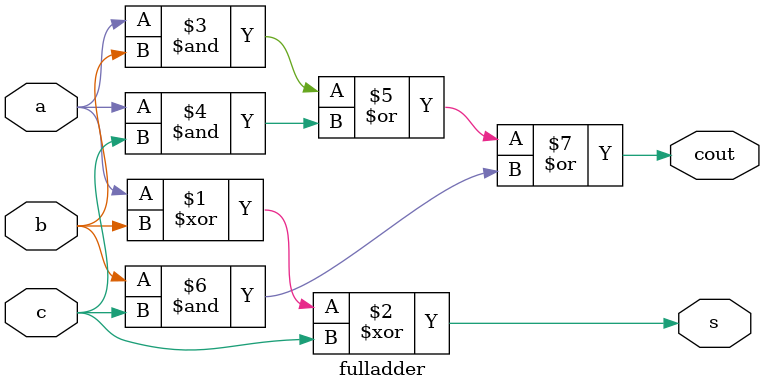
<source format=sv>
module fulladder(
    input  logic a, b, c,
    output logic s, cout
);

    // Sum calculation using XOR
    assign s = a ^ b ^ c;

    // Carry-out calculation using AND & OR gates
    assign cout = (a & b) | (a & c) | (b & c);

endmodule




</source>
